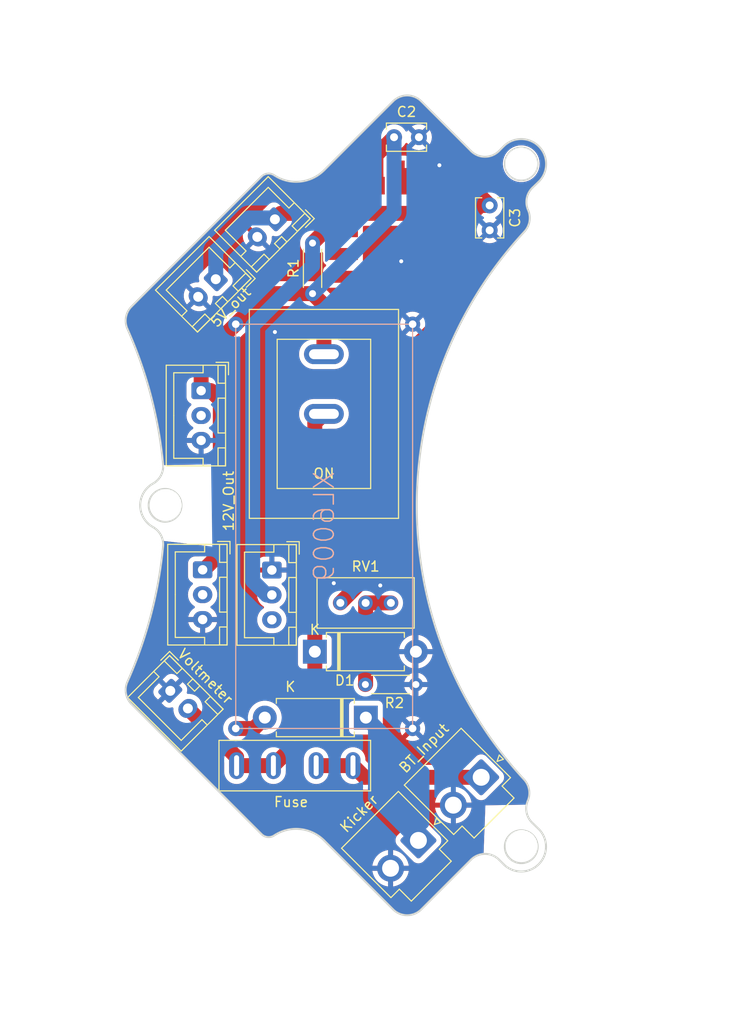
<source format=kicad_pcb>
(kicad_pcb (version 20221018) (generator pcbnew)
  (layers (0 "F.Cu" signal) (31 "B.Cu" signal) (34 "B.Paste" user) (35 "F.Paste" user) (36 "B.SilkS" user "B.Silkscreen") (37 "F.SilkS" user "F.Silkscreen") (38 "B.Mask" user) (39 "F.Mask" user) (44 "Edge.Cuts" user))
  (net 0 "")
  (net 1 "GND")
  (net 2 "+12V")
  (net 3 "+5V")
  (net 4 "Net-(U1-ON{slash}OFF_CTRL)")
  (net 5 "Net-(R2-Pad1)")
  (net 6 "Net-(U1-TRIM)")
  (net 8 "+48V")
  (net 10 "Net-(D2-A)")
  (net 11 "Net-(BT1-+)")
  (net 12 "電圧計")
  (footprint "Connector_JST:JST_XH_B2B-XH-A_1x02_P2.50mm_Vertical" (layer "F.Cu") (at 102.8446 125.8316 -45)
    (fp_text reference "Voltmeter" (at 1.472762 -3.52026 135) (layer "F.SilkS"))
    (fp_text value "Conn_01x02_Socket" hide)
    (fp_line (start -2.85 -2.75) (end -2.85 -1.5) (stroke (width 0.12)) (layer "F.SilkS"))
    (fp_line (start -2.56 -2.46) (end -2.56 3.51) (stroke (width 0.12)) (layer "F.SilkS"))
    (fp_line (start -2.56 3.51) (end 5.06 3.51) (stroke (width 0.12)) (layer "F.SilkS"))
    (fp_line (start -2.55 -2.45) (end -2.55 -1.7) (stroke (width 0.12)) (layer "F.SilkS"))
    (fp_line (start -2.55 -1.7) (end -0.75 -1.7) (stroke (width 0.12)) (layer "F.SilkS"))
    (fp_line (start -2.55 -0.2) (end -1.8 -0.2) (stroke (width 0.12)) (layer "F.SilkS"))
    (fp_line (start -1.8 -0.2) (end -1.8 2.75) (stroke (width 0.12)) (layer "F.SilkS"))
    (fp_line (start -1.8 2.75) (end 1.25 2.75) (stroke (width 0.12)) (layer "F.SilkS"))
    (fp_line (start -1.6 -2.75) (end -2.85 -2.75) (stroke (width 0.12)) (layer "F.SilkS"))
    (fp_line (start -0.75 -2.45) (end -2.55 -2.45) (stroke (width 0.12)) (layer "F.SilkS"))
    (fp_line (start -0.75 -1.7) (end -0.75 -2.45) (stroke (width 0.12)) (layer "F.SilkS"))
    (fp_line (start 0.75 -2.45) (end 0.75 -1.7) (stroke (width 0.12)) (layer "F.SilkS"))
    (fp_line (start 0.75 -1.7) (end 1.75 -1.7) (stroke (width 0.12)) (layer "F.SilkS"))
    (fp_line (start 1.75 -2.45) (end 0.75 -2.45) (stroke (width 0.12)) (layer "F.SilkS"))
    (fp_line (start 1.75 -1.7) (end 1.75 -2.45) (stroke (width 0.12)) (layer "F.SilkS"))
    (fp_line (start 3.25 -2.45) (end 3.25 -1.7) (stroke (width 0.12)) (layer "F.SilkS"))
    (fp_line (start 3.25 -1.7) (end 5.05 -1.7) (stroke (width 0.12)) (layer "F.SilkS"))
    (fp_line (start 4.3 -0.2) (end 4.3 2.75) (stroke (width 0.12)) (layer "F.SilkS"))
    (fp_line (start 4.3 2.75) (end 1.25 2.75) (stroke (width 0.12)) (layer "F.SilkS"))
    (fp_line (start 5.05 -2.45) (end 3.25 -2.45) (stroke (width 0.12)) (layer "F.SilkS"))
    (fp_line (start 5.05 -1.7) (end 5.05 -2.45) (stroke (width 0.12)) (layer "F.SilkS"))
    (fp_line (start 5.05 -0.2) (end 4.3 -0.2) (stroke (width 0.12)) (layer "F.SilkS"))
    (fp_line (start 5.06 -2.46) (end -2.56 -2.46) (stroke (width 0.12)) (layer "F.SilkS"))
    (fp_line (start 5.06 3.51) (end 5.06 -2.46) (stroke (width 0.12)) (layer "F.SilkS"))
    (pad "1" thru_hole roundrect (at 0 0 315) (size 1.7 2) (drill 1) (layers "*.Cu" "*.Mask") (roundrect_rratio 0.147059) (net 1 "GND"))
    (pad "2" thru_hole oval (at 2.5 0 315) (size 1.7 2) (drill 1) (layers "*.Cu" "*.Mask") (net 12 "電圧計"))
  )
  (footprint "Diode_THT:D_DO-15_P10.16mm_Horizontal" (layer "F.Cu") (at 117.3734 121.8946)
    (fp_text reference "D1" (at 2.9972 2.8956) (layer "F.SilkS"))
    (fp_text value "D")
    (fp_text user "K" (at 0 -2.2) (layer "F.SilkS"))
    (fp_line (start 1.16 -1.92) (end 9 -1.92) (stroke (width 0.12)) (layer "F.SilkS"))
    (fp_line (start 1.16 -1.44) (end 1.16 -1.92) (stroke (width 0.12)) (layer "F.SilkS"))
    (fp_line (start 1.16 1.44) (end 1.16 1.92) (stroke (width 0.12)) (layer "F.SilkS"))
    (fp_line (start 1.16 1.92) (end 9 1.92) (stroke (width 0.12)) (layer "F.SilkS"))
    (fp_line (start 2.3 -1.92) (end 2.3 1.92) (stroke (width 0.12)) (layer "F.SilkS"))
    (fp_line (start 2.42 -1.92) (end 2.42 1.92) (stroke (width 0.12)) (layer "F.SilkS"))
    (fp_line (start 2.54 -1.92) (end 2.54 1.92) (stroke (width 0.12)) (layer "F.SilkS"))
    (fp_line (start 9 -1.92) (end 9 -1.44) (stroke (width 0.12)) (layer "F.SilkS"))
    (fp_line (start 9 1.92) (end 9 1.44) (stroke (width 0.12)) (layer "F.SilkS"))
    (pad "1" thru_hole rect (at 0 0) (size 2.4 2.4) (drill 1.2) (layers "*.Cu" "*.Mask") (net 12 "電圧計"))
    (pad "2" thru_hole oval (at 10.16 0) (size 2.4 2.4) (drill 1.2) (layers "*.Cu" "*.Mask") (net 1 "GND"))
  )
  (footprint "Resistor_THT:R_Axial_DIN0204_L3.6mm_D1.6mm_P5.08mm_Horizontal" (layer "F.Cu") (at 122.4534 125.1966)
    (fp_text reference "R2" (at 2.921 1.8542) (layer "F.SilkS"))
    (fp_text value "R" hide)
    (fp_line (start 0.62 -0.92) (end 4.46 -0.92) (stroke (width 0.12)) (layer "F.SilkS"))
    (fp_line (start 0.62 0.92) (end 4.46 0.92) (stroke (width 0.12)) (layer "F.SilkS"))
    (pad "1" thru_hole circle (at 0 0) (size 1.4 1.4) (drill 0.7) (layers "*.Cu" "*.Mask") (net 5 "Net-(R2-Pad1)"))
    (pad "2" thru_hole oval (at 5.08 0) (size 1.4 1.4) (drill 0.7) (layers "*.Cu" "*.Mask") (net 1 "GND"))
  )
  (footprint "MountingHole:MountingHole_3.2mm_M3" (layer "F.Cu") (at 138.1506 141.4526)
    (fp_text reference "REF**" hide)
    (fp_text value "MountingHole_3.2mm_M3")
    (pad "" np_thru_hole circle (at 0 0) (size 3.2 3.2) (drill 3.2) (layers "F&B.Cu" "*.Mask"))
  )
  (footprint "Potentiometer_THT:Potentiometer_Bourns_3296W_Vertical" (layer "F.Cu") (at 125.0188 116.9924)
    (fp_text reference "RV1" (at -2.54 -3.66) (layer "F.SilkS"))
    (fp_text value "R_Potentiometer_Trim_US" hide)
    (fp_line (start -7.425 -2.53) (end -7.425 2.54) (stroke (width 0.12)) (layer "F.SilkS"))
    (fp_line (start -7.425 -2.53) (end 2.345 -2.53) (stroke (width 0.12)) (layer "F.SilkS"))
    (fp_line (start -7.425 2.54) (end 2.345 2.54) (stroke (width 0.12)) (layer "F.SilkS"))
    (fp_line (start 2.345 -2.53) (end 2.345 2.54) (stroke (width 0.12)) (layer "F.SilkS"))
    (pad "1" thru_hole circle (at 0 0) (size 1.44 1.44) (drill 0.8) (layers "*.Cu" "*.Mask") (net 5 "Net-(R2-Pad1)"))
    (pad "2" thru_hole circle (at -2.54 0) (size 1.44 1.44) (drill 0.8) (layers "*.Cu" "*.Mask") (net 5 "Net-(R2-Pad1)"))
    (pad "3" thru_hole circle (at -5.08 0) (size 1.44 1.44) (drill 0.8) (layers "*.Cu" "*.Mask") (net 6 "Net-(U1-TRIM)"))
  )
  (footprint "Fuse_Socket:fuse_socket" (layer "F.Cu") (at 115.3588 135.89 180)
    (fp_text reference "Fuse" (at 0.373 -1.1176) (layer "F.SilkS"))
    (fp_text value "Fuse" hide)
    (fp_line (start -7.62 0) (end -7.62 5.08) (stroke (width 0.12)) (layer "F.SilkS"))
    (fp_line (start -7.62 5.08) (end 0 5.08) (stroke (width 0.12)) (layer "F.SilkS"))
    (fp_line (start 0 0) (end -7.62 0) (stroke (width 0.12)) (layer "F.SilkS"))
    (fp_line (start 0 5.08) (end 7.62 5.08) (stroke (width 0.12)) (layer "F.SilkS"))
    (fp_line (start 7.62 0) (end 0 0) (stroke (width 0.12)) (layer "F.SilkS"))
    (fp_line (start 7.62 5.08) (end 7.62 0) (stroke (width 0.12)) (layer "F.SilkS"))
    (pad "1" thru_hole oval (at -5.85 2.54 180) (size 1.5 2.7) (drill oval 0.5 2.1) (layers "*.Cu" "*.Mask") (net 11 "Net-(BT1-+)"))
    (pad "1" thru_hole oval (at -2.15 2.54 180) (size 1.5 2.7) (drill oval 0.5 2.1) (layers "*.Cu" "*.Mask") (net 11 "Net-(BT1-+)"))
    (pad "2" thru_hole oval (at 2.15 2.54 180) (size 1.5 2.7) (drill oval 0.5 2.1) (layers "*.Cu" "*.Mask") (net 12 "電圧計"))
    (pad "2" thru_hole oval (at 5.85 2.54 180) (size 1.5 2.7) (drill oval 0.5 2.1) (layers "*.Cu" "*.Mask") (net 12 "電圧計"))
  )
  (footprint "Connector_JST:JST_XH_B3B-XH-A_1x03_P2.50mm_Vertical" (layer "F.Cu") (at 106.0958 113.665 -90)
    (fp_text reference "12V_Out" (at -6.9088 -2.6162 90) (layer "F.SilkS"))
    (fp_text value "Conn_01x03_Socket" hide)
    (fp_line (start -2.85 -2.75) (end -2.85 -1.5) (stroke (width 0.12)) (layer "F.SilkS"))
    (fp_line (start -2.56 -2.46) (end -2.56 3.51) (stroke (width 0.12)) (layer "F.SilkS"))
    (fp_line (start -2.56 3.51) (end 7.56 3.51) (stroke (width 0.12)) (layer "F.SilkS"))
    (fp_line (start -2.55 -2.45) (end -2.55 -1.7) (stroke (width 0.12)) (layer "F.SilkS"))
    (fp_line (start -2.55 -1.7) (end -0.75 -1.7) (stroke (width 0.12)) (layer "F.SilkS"))
    (fp_line (start -2.55 -0.2) (end -1.8 -0.2) (stroke (width 0.12)) (layer "F.SilkS"))
    (fp_line (start -1.8 -0.2) (end -1.8 2.75) (stroke (width 0.12)) (layer "F.SilkS"))
    (fp_line (start -1.8 2.75) (end 2.5 2.75) (stroke (width 0.12)) (layer "F.SilkS"))
    (fp_line (start -1.6 -2.75) (end -2.85 -2.75) (stroke (width 0.12)) (layer "F.SilkS"))
    (fp_line (start -0.75 -2.45) (end -2.55 -2.45) (stroke (width 0.12)) (layer "F.SilkS"))
    (fp_line (start -0.75 -1.7) (end -0.75 -2.45) (stroke (width 0.12)) (layer "F.SilkS"))
    (fp_line (start 0.75 -2.45) (end 0.75 -1.7) (stroke (width 0.12)) (layer "F.SilkS"))
    (fp_line (start 0.75 -1.7) (end 4.25 -1.7) (stroke (width 0.12)) (layer "F.SilkS"))
    (fp_line (start 4.25 -2.45) (end 0.75 -2.45) (stroke (width 0.12)) (layer "F.SilkS"))
    (fp_line (start 4.25 -1.7) (end 4.25 -2.45) (stroke (width 0.12)) (layer "F.SilkS"))
    (fp_line (start 5.75 -2.45) (end 5.75 -1.7) (stroke (width 0.12)) (layer "F.SilkS"))
    (fp_line (start 5.75 -1.7) (end 7.55 -1.7) (stroke (width 0.12)) (layer "F.SilkS"))
    (fp_line (start 6.8 -0.2) (end 6.8 2.75) (stroke (width 0.12)) (layer "F.SilkS"))
    (fp_line (start 6.8 2.75) (end 2.5 2.75) (stroke (width 0.12)) (layer "F.SilkS"))
    (fp_line (start 7.55 -2.45) (end 5.75 -2.45) (stroke (width 0.12)) (layer "F.SilkS"))
    (fp_line (start 7.55 -1.7) (end 7.55 -2.45) (stroke (width 0.12)) (layer "F.SilkS"))
    (fp_line (start 7.55 -0.2) (end 6.8 -0.2) (stroke (width 0.12)) (layer "F.SilkS"))
    (fp_line (start 7.56 -2.46) (end -2.56 -2.46) (stroke (width 0.12)) (layer "F.SilkS"))
    (fp_line (start 7.56 3.51) (end 7.56 -2.46) (stroke (width 0.12)) (layer "F.SilkS"))
    (pad "1" thru_hole roundrect (at 0 0 270) (size 1.7 1.95) (drill 0.95) (layers "*.Cu" "*.Mask") (roundrect_rratio 0.147059) (net 2 "+12V"))
    (pad "2" thru_hole oval (at 2.5 0 270) (size 1.7 1.95) (drill 0.95) (layers "*.Cu" "*.Mask"))
    (pad "3" thru_hole oval (at 5 0 270) (size 1.7 1.95) (drill 0.95) (layers "*.Cu" "*.Mask") (net 1 "GND"))
  )
  (footprint "Connector_JST:JST_XH_B3B-XH-A_1x03_P2.50mm_Vertical" (layer "F.Cu") (at 113.0554 113.6904 -90)
    (fp_text reference "SW2" hide)
    (fp_text value "SW_DIP_x01" hide)
    (fp_line (start -2.85 -2.75) (end -2.85 -1.5) (stroke (width 0.12)) (layer "F.SilkS"))
    (fp_line (start -2.56 -2.46) (end -2.56 3.51) (stroke (width 0.12)) (layer "F.SilkS"))
    (fp_line (start -2.56 3.51) (end 7.56 3.51) (stroke (width 0.12)) (layer "F.SilkS"))
    (fp_line (start -2.55 -2.45) (end -2.55 -1.7) (stroke (width 0.12)) (layer "F.SilkS"))
    (fp_line (start -2.55 -1.7) (end -0.75 -1.7) (stroke (width 0.12)) (layer "F.SilkS"))
    (fp_line (start -2.55 -0.2) (end -1.8 -0.2) (stroke (width 0.12)) (layer "F.SilkS"))
    (fp_line (start -1.8 -0.2) (end -1.8 2.75) (stroke (width 0.12)) (layer "F.SilkS"))
    (fp_line (start -1.8 2.75) (end 2.5 2.75) (stroke (width 0.12)) (layer "F.SilkS"))
    (fp_line (start -1.6 -2.75) (end -2.85 -2.75) (stroke (width 0.12)) (layer "F.SilkS"))
    (fp_line (start -0.75 -2.45) (end -2.55 -2.45) (stroke (width 0.12)) (layer "F.SilkS"))
    (fp_line (start -0.75 -1.7) (end -0.75 -2.45) (stroke (width 0.12)) (layer "F.SilkS"))
    (fp_line (start 0.75 -2.45) (end 0.75 -1.7) (stroke (width 0.12)) (layer "F.SilkS"))
    (fp_line (start 0.75 -1.7) (end 4.25 -1.7) (stroke (width 0.12)) (layer "F.SilkS"))
    (fp_line (start 4.25 -2.45) (end 0.75 -2.45) (stroke (width 0.12)) (layer "F.SilkS"))
    (fp_line (start 4.25 -1.7) (end 4.25 -2.45) (stroke (width 0.12)) (layer "F.SilkS"))
    (fp_line (start 5.75 -2.45) (end 5.75 -1.7) (stroke (width 0.12)) (layer "F.SilkS"))
    (fp_line (start 5.75 -1.7) (end 7.55 -1.7) (stroke (width 0.12)) (layer "F.SilkS"))
    (fp_line (start 6.8 -0.2) (end 6.8 2.75) (stroke (width 0.12)) (layer "F.SilkS"))
    (fp_line (start 6.8 2.75) (end 2.5 2.75) (stroke (width 0.12)) (layer "F.SilkS"))
    (fp_line (start 7.55 -2.45) (end 5.75 -2.45) (stroke (width 0.12)) (layer "F.SilkS"))
    (fp_line (start 7.55 -1.7) (end 7.55 -2.45) (stroke (width 0.12)) (layer "F.SilkS"))
    (fp_line (start 7.55 -0.2) (end 6.8 -0.2) (stroke (width 0.12)) (layer "F.SilkS"))
    (fp_line (start 7.56 -2.46) (end -2.56 -2.46) (stroke (width 0.12)) (layer "F.SilkS"))
    (fp_line (start 7.56 3.51) (end 7.56 -2.46) (stroke (width 0.12)) (layer "F.SilkS"))
    (pad "1" thru_hole roundrect (at 0 0 270) (size 1.7 1.95) (drill 0.95) (layers "*.Cu" "*.Mask") (roundrect_rratio 0.147059) (net 1 "GND"))
    (pad "2" thru_hole oval (at 2.5 0 270) (size 1.7 1.95) (drill 0.95) (layers "*.Cu" "*.Mask") (net 4 "Net-(U1-ON{slash}OFF_CTRL)"))
    (pad "3" thru_hole oval (at 5 0 270) (size 1.7 1.95) (drill 0.95) (layers "*.Cu" "*.Mask"))
  )
  (footprint "switch:DS-850k" (layer "F.Cu") (at 118.2878 97.9932 -90)
    (fp_text reference "SW1" hide)
    (fp_text value "SW_DIP_x01")
    (fp_text user "ON" (at 6 0) (layer "F.SilkS"))
    (fp_line (start -10.5 -7.5) (end -10.5 7.5) (stroke (width 0.12)) (layer "F.SilkS"))
    (fp_line (start -10.5 7.5) (end 10.5 7.5) (stroke (width 0.12)) (layer "F.SilkS"))
    (fp_line (start -7.5 -4.7) (end -7.5 4.7) (stroke (width 0.12)) (layer "F.SilkS"))
    (fp_line (start -7.5 4.7) (end 7.5 4.7) (stroke (width 0.12)) (layer "F.SilkS"))
    (fp_line (start 7.5 -4.7) (end -7.5 -4.7) (stroke (width 0.12)) (layer "F.SilkS"))
    (fp_line (start 7.5 0) (end 7.5 -4.7) (stroke (width 0.12)) (layer "F.SilkS"))
    (fp_line (start 7.5 4.7) (end 7.5 0) (stroke (width 0.12)) (layer "F.SilkS"))
    (fp_line (start 10.5 -7.5) (end -10.5 -7.5) (stroke (width 0.12)) (layer "F.SilkS"))
    (fp_line (start 10.5 0) (end 10.5 -7.5) (stroke (width 0.12)) (layer "F.SilkS"))
    (fp_line (start 10.5 7.5) (end 10.5 0) (stroke (width 0.12)) (layer "F.SilkS"))
    (pad "1" thru_hole oval (at 0 0) (size 4 2) (drill oval 3 1) (layers "*.Cu" "*.Mask") (net 12 "電圧計"))
    (pad "2" thru_hole oval (at -6 0) (size 4 2) (drill oval 3 1) (layers "*.Cu" "*.Mask") (net 2 "+12V"))
  )
  (footprint "MountingHole:MountingHole_3.2mm_M3" (layer "F.Cu") (at 138.1252 72.8472)
    (fp_text reference "REF**" hide)
    (fp_text value "MountingHole_3.2mm_M3")
    (pad "" np_thru_hole circle (at 0 0) (size 3.2 3.2) (drill 3.2) (layers "F&B.Cu" "*.Mask"))
  )
  (footprint "Connector_JST:JST_VH_B2P-VH_1x02_P3.96mm_Vertical" (layer "F.Cu") (at 134.09758 134.523238 -135)
    (fp_text reference "BT_Input" (at 1.99796 6.13572 45) (layer "F.SilkS"))
    (fp_text value "Battery" hide)
    (fp_line (start -2.86 -0.3) (end -2.26 0) (stroke (width 0.12)) (layer "F.SilkS"))
    (fp_line (start -2.86 0.3) (end -2.86 -0.3) (stroke (width 0.12)) (layer "F.SilkS"))
    (fp_line (start -2.26 0) (end -2.86 0.3) (stroke (width 0.12)) (layer "F.SilkS"))
    (fp_line (start -2.06 -2.11) (end -0.86 -2.11) (stroke (width 0.12)) (layer "F.SilkS"))
    (fp_line (start -2.06 4.91) (end -2.06 -2.11) (stroke (width 0.12)) (layer "F.SilkS"))
    (fp_line (start -0.86 -3.81) (end 4.82 -3.81) (stroke (width 0.12)) (layer "F.SilkS"))
    (fp_line (start -0.86 -2.11) (end -0.86 -3.81) (stroke (width 0.12)) (layer "F.SilkS"))
    (fp_line (start 4.82 -3.81) (end 4.82 -2.11) (stroke (width 0.12)) (layer "F.SilkS"))
    (fp_line (start 4.82 -2.11) (end 6.02 -2.11) (stroke (width 0.12)) (layer "F.SilkS"))
    (fp_line (start 6.02 -2.11) (end 6.02 4.91) (stroke (width 0.12)) (layer "F.SilkS"))
    (fp_line (start 6.02 4.91) (end -2.06 4.91) (stroke (width 0.12)) (layer "F.SilkS"))
    (pad "1" thru_hole roundrect (at 0 0 225) (size 2.7 2.7) (drill 1.7) (layers "*.Cu" "*.Mask") (roundrect_rratio 0.092593) (net 11 "Net-(BT1-+)"))
    (pad "2" thru_hole circle (at 3.96 0 225) (size 2.7 2.7) (drill 1.7) (layers "*.Cu" "*.Mask") (net 1 "GND"))
  )
  (footprint "Resistor_THT:R_Axial_DIN0204_L3.6mm_D1.6mm_P5.08mm_Horizontal" (layer "F.Cu") (at 117.1448 85.9028 90)
    (fp_text reference "R1" (at 2.54 -1.92 90) (layer "F.SilkS"))
    (fp_text value "R")
    (fp_line (start 0.62 -0.92) (end 4.46 -0.92) (stroke (width 0.12)) (layer "F.SilkS"))
    (fp_line (start 0.62 0.92) (end 4.46 0.92) (stroke (width 0.12)) (layer "F.SilkS"))
    (pad "1" thru_hole circle (at 0 0 90) (size 1.4 1.4) (drill 0.7) (layers "*.Cu" "*.Mask") (net 2 "+12V"))
    (pad "2" thru_hole oval (at 5.08 0 90) (size 1.4 1.4) (drill 0.7) (layers "*.Cu" "*.Mask") (net 4 "Net-(U1-ON{slash}OFF_CTRL)"))
  )
  (footprint "Connector_JST:JST_XH_B2B-XH-A_1x02_P2.50mm_Vertical" (layer "F.Cu") (at 107.4166 84.455 -135)
    (fp_text reference "5V_out" (at 0.933947 -3.053287 45) (layer "F.SilkS"))
    (fp_text value "Conn_01x02_Socket" hide)
    (fp_line (start -2.85 -2.75) (end -2.85 -1.5) (stroke (width 0.12)) (layer "F.SilkS"))
    (fp_line (start -2.56 -2.46) (end -2.56 3.51) (stroke (width 0.12)) (layer "F.SilkS"))
    (fp_line (start -2.56 3.51) (end 5.06 3.51) (stroke (width 0.12)) (layer "F.SilkS"))
    (fp_line (start -2.55 -2.45) (end -2.55 -1.7) (stroke (width 0.12)) (layer "F.SilkS"))
    (fp_line (start -2.55 -1.7) (end -0.75 -1.7) (stroke (width 0.12)) (layer "F.SilkS"))
    (fp_line (start -2.55 -0.2) (end -1.8 -0.2) (stroke (width 0.12)) (layer "F.SilkS"))
    (fp_line (start -1.8 -0.2) (end -1.8 2.75) (stroke (width 0.12)) (layer "F.SilkS"))
    (fp_line (start -1.8 2.75) (end 1.25 2.75) (stroke (width 0.12)) (layer "F.SilkS"))
    (fp_line (start -1.6 -2.75) (end -2.85 -2.75) (stroke (width 0.12)) (layer "F.SilkS"))
    (fp_line (start -0.75 -2.45) (end -2.55 -2.45) (stroke (width 0.12)) (layer "F.SilkS"))
    (fp_line (start -0.75 -1.7) (end -0.75 -2.45) (stroke (width 0.12)) (layer "F.SilkS"))
    (fp_line (start 0.75 -2.45) (end 0.75 -1.7) (stroke (width 0.12)) (layer "F.SilkS"))
    (fp_line (start 0.75 -1.7) (end 1.75 -1.7) (stroke (width 0.12)) (layer "F.SilkS"))
    (fp_line (start 1.75 -2.45) (end 0.75 -2.45) (stroke (width 0.12)) (layer "F.SilkS"))
    (fp_line (start 1.75 -1.7) (end 1.75 -2.45) (stroke (width 0.12)) (layer "F.SilkS"))
    (fp_line (start 3.25 -2.45) (end 3.25 -1.7) (stroke (width 0.12)) (layer "F.SilkS"))
    (fp_line (start 3.25 -1.7) (end 5.05 -1.7) (stroke (width 0.12)) (layer "F.SilkS"))
    (fp_line (start 4.3 -0.2) (end 4.3 2.75) (stroke (width 0.12)) (layer "F.SilkS"))
    (fp_line (start 4.3 2.75) (end 1.25 2.75) (stroke (width 0.12)) (layer "F.SilkS"))
    (fp_line (start 5.05 -2.45) (end 3.25 -2.45) (stroke (width 0.12)) (layer "F.SilkS"))
    (fp_line (start 5.05 -1.7) (end 5.05 -2.45) (stroke (width 0.12)) (layer "F.SilkS"))
    (fp_line (start 5.05 -0.2) (end 4.3 -0.2) (stroke (width 0.12)) (layer "F.SilkS"))
    (fp_line (start 5.06 -2.46) (end -2.56 -2.46) (stroke (width 0.12)) (layer "F.SilkS"))
    (fp_line (start 5.06 3.51) (end 5.06 -2.46) (stroke (width 0.12)) (layer "F.SilkS"))
    (pad "1" thru_hole roundrect (at 0 0 225) (size 1.7 2) (drill 1) (layers "*.Cu" "*.Mask") (roundrect_rratio 0.147059) (net 3 "+5V"))
    (pad "2" thru_hole oval (at 2.5 0 225) (size 1.7 2) (drill 1) (layers "*.Cu" "*.Mask") (net 1 "GND"))
  )
  (footprint "Capacitor_THT:C_Disc_D3.8mm_W2.6mm_P2.50mm" (layer "F.Cu") (at 134.9502 77.0382 -90)
    (fp_text reference "C3" (at 1.25 -2.55 90) (layer "F.SilkS"))
    (fp_text value "C")
    (fp_line (start -0.77 -1.42) (end -0.77 -0.795) (stroke (width 0.12)) (layer "F.SilkS"))
    (fp_line (start -0.77 -1.42) (end 3.27 -1.42) (stroke (width 0.12)) (layer "F.SilkS"))
    (fp_line (start -0.77 0.795) (end -0.77 1.42) (stroke (width 0.12)) (layer "F.SilkS"))
    (fp_line (start -0.77 1.42) (end 3.27 1.42) (stroke (width 0.12)) (layer "F.SilkS"))
    (fp_line (start 3.27 -1.42) (end 3.27 -0.795) (stroke (width 0.12)) (layer "F.SilkS"))
    (fp_line (start 3.27 0.795) (end 3.27 1.42) (stroke (width 0.12)) (layer "F.SilkS"))
    (pad "1" thru_hole circle (at 0 0 270) (size 1.6 1.6) (drill 0.8) (layers "*.Cu" "*.Mask") (net 3 "+5V"))
    (pad "2" thru_hole circle (at 2.5 0 270) (size 1.6 1.6) (drill 0.8) (layers "*.Cu" "*.Mask") (net 1 "GND"))
  )
  (footprint "Connector_JST:JST_XH_B2B-XH-A_1x02_P2.50mm_Vertical" (layer "F.Cu") (at 113.3602 78.4352 -135)
    (fp_text reference "J4" hide)
    (fp_text value "Conn_01x02_Socket" hide)
    (fp_line (start -2.85 -2.75) (end -2.85 -1.5) (stroke (width 0.12)) (layer "F.SilkS"))
    (fp_line (start -2.56 -2.46) (end -2.56 3.51) (stroke (width 0.12)) (layer "F.SilkS"))
    (fp_line (start -2.56 3.51) (end 5.06 3.51) (stroke (width 0.12)) (layer "F.SilkS"))
    (fp_line (start -2.55 -2.45) (end -2.55 -1.7) (stroke (width 0.12)) (layer "F.SilkS"))
    (fp_line (start -2.55 -1.7) (end -0.75 -1.7) (stroke (width 0.12)) (layer "F.SilkS"))
    (fp_line (start -2.55 -0.2) (end -1.8 -0.2) (stroke (width 0.12)) (layer "F.SilkS"))
    (fp_line (start -1.8 -0.2) (end -1.8 2.75) (stroke (width 0.12)) (layer "F.SilkS"))
    (fp_line (start -1.8 2.75) (end 1.25 2.75) (stroke (width 0.12)) (layer "F.SilkS"))
    (fp_line (start -1.6 -2.75) (end -2.85 -2.75) (stroke (width 0.12)) (layer "F.SilkS"))
    (fp_line (start -0.75 -2.45) (end -2.55 -2.45) (stroke (width 0.12)) (layer "F.SilkS"))
    (fp_line (start -0.75 -1.7) (end -0.75 -2.45) (stroke (width 0.12)) (layer "F.SilkS"))
    (fp_line (start 0.75 -2.45) (end 0.75 -1.7) (stroke (width 0.12)) (layer "F.SilkS"))
    (fp_line (start 0.75 -1.7) (end 1.75 -1.7) (stroke (width 0.12)) (layer "F.SilkS"))
    (fp_line (start 1.75 -2.45) (end 0.75 -2.45) (stroke (width 0.12)) (layer "F.SilkS"))
    (fp_line (start 1.75 -1.7) (end 1.75 -2.45) (stroke (width 0.12)) (layer "F.SilkS"))
    (fp_line (start 3.25 -2.45) (end 3.25 -1.7) (stroke (width 0.12)) (layer "F.SilkS"))
    (fp_line (start 3.25 -1.7) (end 5.05 -1.7) (stroke (width 0.12)) (layer "F.SilkS"))
    (fp_line (start 4.3 -0.2) (end 4.3 2.75) (stroke (width 0.12)) (layer "F.SilkS"))
    (fp_line (start 4.3 2.75) (end 1.25 2.75) (stroke (width 0.12)) (layer "F.SilkS"))
    (fp_line (start 5.05 -2.45) (end 3.25 -2.45) (stroke (width 0.12)) (layer "F.SilkS"))
    (fp_line (start 5.05 -1.7) (end 5.05 -2.45) (stroke (width 0.12)) (layer "F.SilkS"))
    (fp_line (start 5.05 -0.2) (end 4.3 -0.2) (stroke (width 0.12)) (layer "F.SilkS"))
    (fp_line (start 5.06 -2.46) (end -2.56 -2.46) (stroke (width 0.12)) (layer "F.SilkS"))
    (fp_line (start 5.06 3.51) (end 5.06 -2.46) (stroke (width 0.12)) (layer "F.SilkS"))
    (pad "1" thru_hole roundrect (at 0 0 225) (size 1.7 2) (drill 1) (layers "*.Cu" "*.Mask") (roundrect_rratio 0.147059) (net 3 "+5V"))
    (pad "2" thru_hole oval (at 2.5 0 225) (size 1.7 2) (drill 1) (layers "*.Cu" "*.Mask") (net 1 "GND"))
  )
  (footprint "Connector_JST:JST_XH_B3B-XH-A_1x03_P2.50mm_Vertical" (layer "F.Cu") (at 105.9434 95.6602 -90)
    (fp_text reference "J2" hide)
    (fp_text value "Conn_01x03_Socket")
    (fp_line (start -2.85 -2.75) (end -2.85 -1.5) (stroke (width 0.12)) (layer "F.SilkS"))
    (fp_line (start -2.56 -2.46) (end -2.56 3.51) (stroke (width 0.12)) (layer "F.SilkS"))
    (fp_line (start -2.56 3.51) (end 7.56 3.51) (stroke (width 0.12)) (layer "F.SilkS"))
    (fp_line (start -2.55 -2.45) (end -2.55 -1.7) (stroke (width 0.12)) (layer "F.SilkS"))
    (fp_line (start -2.55 -1.7) (end -0.75 -1.7) (stroke (width 0.12)) (layer "F.SilkS"))
    (fp_line (start -2.55 -0.2) (end -1.8 -0.2) (stroke (width 0.12)) (layer "F.SilkS"))
    (fp_line (start -1.8 -0.2) (end -1.8 2.75) (stroke (width 0.12)) (layer "F.SilkS"))
    (fp_line (start -1.8 2.75) (end 2.5 2.75) (stroke (width 0.12)) (layer "F.SilkS"))
    (fp_line (start -1.6 -2.75) (end -2.85 -2.75) (stroke (width 0.12)) (layer "F.SilkS"))
    (fp_line (start -0.75 -2.45) (end -2.55 -2.45) (stroke (width 0.12)) (layer "F.SilkS"))
    (fp_line (start -0.75 -1.7) (end -0.75 -2.45) (stroke (width 0.12)) (layer "F.SilkS"))
    (fp_line (start 0.75 -2.45) (end 0.75 -1.7) (stroke (width 0.12)) (layer "F.SilkS"))
    (fp_line (start 0.75 -1.7) (end 4.25 -1.7) (stroke (width 0.12)) (layer "F.SilkS"))
    (fp_line (start 4.25 -2.45) (end 0.75 -2.45) (stroke (width 0.12)) (layer "F.SilkS"))
    (fp_line (start 4.25 -1.7) (end 4.25 -2.45) (stroke (width 0.12)) (layer "F.SilkS"))
    (fp_line (start 5.75 -2.45) (end 5.75 -1.7) (stroke (width 0.12)) (layer "F.SilkS"))
    (fp_line (start 5.75 -1.7) (end 7.55 -1.7) (stroke (width 0.12)) (layer "F.SilkS"))
    (fp_line (start 6.8 -0.2) (end 6.8 2.75) (stroke (width 0.12)) (layer "F.SilkS"))
    (fp_line (start 6.8 2.75) (end 2.5 2.75) (stroke (width 0.12)) (layer "F.SilkS"))
    (fp_line (start 7.55 -2.45) (end 5.75 -2.45) (stroke (width 0.12)) (layer "F.SilkS"))
    (fp_line (start 7.55 -1.7) (end 7.55 -2.45) (stroke (width 0.12)) (layer "F.SilkS"))
    (fp_line (start 7.55 -0.2) (end 6.8 -0.2) (stroke (width 0.12)) (layer "F.SilkS"))
    (fp_line (start 7.56 -2.46) (end -2.56 -2.46) (stroke (width 0.12)) (layer "F.SilkS"))
    (fp_line (start 7.56 3.51) (end 7.56 -2.46) (stroke (width 0.12)) (layer "F.SilkS"))
    (pad "1" thru_hole roundrect (at 0 0 270) (size 1.7 1.95) (drill 0.95) (layers "*.Cu" "*.Mask") (roundrect_rratio 0.147059) (net 2 "+12V"))
    (pad "2" thru_hole oval (at 2.5 0 270) (size 1.7 1.95) (drill 0.95) (layers "*.Cu" "*.Mask"))
    (pad "3" thru_hole oval (at 5 0 270) (size 1.7 1.95) (drill 0.95) (layers "*.Cu" "*.Mask") (net 1 "GND"))
  )
  (footprint "Capacitor_THT:C_Disc_D3.8mm_W2.6mm_P2.50mm" (layer "F.Cu") (at 125.3382 70.1802)
    (fp_text reference "C2" (at 1.25 -2.55) (layer "F.SilkS"))
    (fp_text value "C")
    (fp_line (start -0.77 -1.42) (end -0.77 -0.795) (stroke (width 0.12)) (layer "F.SilkS"))
    (fp_line (start -0.77 -1.42) (end 3.27 -1.42) (stroke (width 0.12)) (layer "F.SilkS"))
    (fp_line (start -0.77 0.795) (end -0.77 1.42) (stroke (width 0.12)) (layer "F.SilkS"))
    (fp_line (start -0.77 1.42) (end 3.27 1.42) (stroke (width 0.12)) (layer "F.SilkS"))
    (fp_line (start 3.27 -1.42) (end 3.27 -0.795) (stroke (width 0.12)) (layer "F.SilkS"))
    (fp_line (start 3.27 0.795) (end 3.27 1.42) (stroke (width 0.12)) (layer "F.SilkS"))
    (pad "1" thru_hole circle (at 0 0) (size 1.6 1.6) (drill 0.8) (layers "*.Cu" "*.Mask") (net 2 "+12V"))
    (pad "2" thru_hole circle (at 2.5 0) (size 1.6 1.6) (drill 0.8) (layers "*.Cu" "*.Mask") (net 1 "GND"))
  )
  (footprint "Diode_THT:D_DO-15_P10.16mm_Horizontal" (layer "F.Cu") (at 122.5042 128.524 180)
    (fp_text reference "D2" hide)
    (fp_text value "D" hide)
    (fp_text user "K" (at 7.5946 3.0988) (layer "F.SilkS"))
    (fp_line (start 1.16 -1.92) (end 9 -1.92) (stroke (width 0.12)) (layer "F.SilkS"))
    (fp_line (start 1.16 -1.44) (end 1.16 -1.92) (stroke (width 0.12)) (layer "F.SilkS"))
    (fp_line (start 1.16 1.44) (end 1.16 1.92) (stroke (width 0.12)) (layer "F.SilkS"))
    (fp_line (start 1.16 1.92) (end 9 1.92) (stroke (width 0.12)) (layer "F.SilkS"))
    (fp_line (start 2.3 -1.92) (end 2.3 1.92) (stroke (width 0.12)) (layer "F.SilkS"))
    (fp_line (start 2.42 -1.92) (end 2.42 1.92) (stroke (width 0.12)) (layer "F.SilkS"))
    (fp_line (start 2.54 -1.92) (end 2.54 1.92) (stroke (width 0.12)) (layer "F.SilkS"))
    (fp_line (start 9 -1.92) (end 9 -1.44) (stroke (width 0.12)) (layer "F.SilkS"))
    (fp_line (start 9 1.92) (end 9 1.44) (stroke (width 0.12)) (layer "F.SilkS"))
    (pad "1" thru_hole rect (at 0 0 180) (size 2.4 2.4) (drill 1.2) (layers "*.Cu" "*.Mask") (net 8 "+48V"))
    (pad "2" thru_hole oval (at 10.16 0 180) (size 2.4 2.4) (drill 1.2) (layers "*.Cu" "*.Mask") (net 10 "Net-(D2-A)"))
  )
  (footprint "Connector_JST:JST_VH_B2P-VH_1x02_P3.96mm_Vertical" (layer "F.Cu") (at 127.7874 140.8684 -135)
    (fp_text reference "J3" hide)
    (fp_text value "Conn_01x02_Socket" hide)
    (fp_line (start -2.86 -0.3) (end -2.26 0) (stroke (width 0.12)) (layer "F.SilkS"))
    (fp_line (start -2.86 0.3) (end -2.86 -0.3) (stroke (width 0.12)) (layer "F.SilkS"))
    (fp_line (start -2.26 0) (end -2.86 0.3) (stroke (width 0.12)) (layer "F.SilkS"))
    (fp_line (start -2.06 -2.11) (end -0.86 -2.11) (stroke (width 0.12)) (layer "F.SilkS"))
    (fp_line (start -2.06 4.91) (end -2.06 -2.11) (stroke (width 0.12)) (layer "F.SilkS"))
    (fp_line (start -0.86 -3.81) (end 4.82 -3.81) (stroke (width 0.12)) (layer "F.SilkS"))
    (fp_line (start -0.86 -2.11) (end -0.86 -3.81) (stroke (width 0.12)) (layer "F.SilkS"))
    (fp_line (start 4.82 -3.81) (end 4.82 -2.11) (stroke (width 0.12)) (layer "F.SilkS"))
    (fp_line (start 4.82 -2.11) (end 6.02 -2.11) (stroke (width 0.12)) (layer "F.SilkS"))
    (fp_line (start 6.02 -2.11) (end 6.02 4.91) (stroke (width 0.12)) (layer "F.SilkS"))
    (fp_line (start 6.02 4.91) (end -2.06 4.91) (stroke (width 0.12)) (layer "F.SilkS"))
    (pad "1" thru_hole roundrect (at 0 0 225) (size 2.7 2.7) (drill 1.7) (layers "*.Cu" "*.Mask") (roundrect_rratio 0.092593) (net 8 "+48V"))
    (pad "2" thru_hole circle (at 3.96 0 225) (size 2.7 2.7) (drill 1.7) (layers "*.Cu" "*.Mask") (net 1 "GND"))
  )
  (footprint "MountingHole:MountingHole_3.2mm_M3" (layer "F.Cu") (at 102.362 107.1626)
    (fp_text reference "REF**" hide)
    (fp_text value "MountingHole_3.2mm_M3" hide)
    (pad "" np_thru_hole circle (at 0 0) (size 3.2 3.2) (drill 3.2) (layers "*.Cu" "*.Mask"))
  )
  (footprint "_Others:DCDC-murata-6A" (layer "F.Cu") (at 119.7062 85.729)
    (fp_text reference "U1" hide)
    (fp_text value "OKL-T_6-W12N-C" hide)
    (pad "1" smd trapezoid (at 0.5 -6.1) (size 3 1.2) (layers "F.Cu" "F.Paste" "F.Mask") (net 4 "Net-(U1-ON{slash}OFF_CTRL)"))
    (pad "2" smd trapezoid (at 0.5 -10.68) (size 3 1.2) (layers "F.Cu" "F.Paste" "F.Mask") (net 2 "+12V"))
    (pad "2" smd trapezoid (at 2.665 -10.68) (size 4.07 1.77) (layers "F.Cu" "F.Paste" "F.Mask") (net 2 "+12V"))
    (pad "2" smd trapezoid (at 3.81 -11.7) (size 1.2 3) (layers "F.Cu" "F.Paste" "F.Mask") (net 2 "+12V"))
    (pad "3" smd trapezoid (at 6.1 -11.7) (size 1.2 3) (layers "F.Cu" "F.Paste" "F.Mask") (net 1 "GND"))
    (pad "3" smd trapezoid (at 7.245 -10.68) (size 4.07 1.77) (layers "F.Cu" "F.Paste" "F.Mask") (net 1 "GND"))
    (pad "3" smd trapezoid (at 8.39 -11.7) (size 1.2 3) (layers "F.Cu" "F.Paste" "F.Mask") (net 1 "GND"))
    (pad "4" smd trapezoid (at 10.7 -9.535) (size 1.77 4.07) (layers "F.Cu" "F.Paste" "F.Mask") (net 3 "+5V"))
    (pad "4" smd trapezoid (at 11.7 -10.68) (size 3 1.2) (layers "F.Cu" "F.Paste" "F.Mask") (net 3 "+5V"))
    (pad "5" smd trapezoid (at 11.7 -6.1) (size 3 1.2) (layers "F.Cu" "F.Paste" "F.Mask") (net 3 "+5V"))
    (pad "6" smd trapezoid (at 11.7 -1.52) (size 3 1.2) (layers "F.Cu" "F.Paste" "F.Mask") (net 6 "Net-(U1-TRIM)"))
    (pad "7" smd trapezoid (at 6.1 -0.5) (size 1.2 3) (layers "F.Cu" "F.Paste" "F.Mask") (net 1 "GND"))
    (pad "8" smd trapezoid (at 3.81 -0.5) (size 1.2 3) (layers "F.Cu" "F.Paste" "F.Mask"))
    (pad "9" smd trapezoid (at 0.5 -1.52) (size 3 1.2) (layers "F.Cu" "F.Paste" "F.Mask"))
    (pad "10" smd trapezoid (at 0.5 -3.81) (size 3 1.2) (layers "F.Cu" "F.Paste" "F.Mask"))
    (pad "11" smd trapezoid (at 12.45 -3.81) (size 1.5 1.2) (layers "F.Cu" "F.Paste" "F.Mask"))
    (pad "12" smd trapezoid (at 8.39 -0.5) (size 1.2 3) (layers "F.Cu" "F.Paste" "F.Mask"))
    (pad "13" smd trapezoid (at 10.7 -3.81) (size 1 1.2) (layers "F.Cu" "F.Paste" "F.Mask"))
  )
  (footprint "XL6009:XL6009" (layer "B.Cu") (at 118.3132 83.8962 180)
    (fp_text reference "U2" hide)
    (fp_text value "~")
    (fp_text user "XL6009" (at 0 -25.4 90 unlocked) (layer "B.SilkS") (effects (font (size 2 2)) (justify mirror)))
    (fp_rect (start -8.89 -5.08) (end 8.89 -45.72) (stroke (width 0.12)) (fill none) (layer "B.SilkS"))
    (pad "1" thru_hole circle (at 8.89 -5.08 180) (size 1.524 1.524) (drill 0.762) (layers "*.Cu" "*.Mask") (net 2 "+12V"))
    (pad "2" thru_hole circle (at -8.89 -5.08 180) (size 1.524 1.524) (drill 0.762) (layers "*.Cu" "*.Mask") (net 1 "GND"))
    (pad "3" thru_hole circle (at 8.89 -45.72 180) (size 1.524 1.524) (drill 0.762) (layers "*.Cu" "*.Mask") (net 10 "Net-(D2-A)"))
    (pad "4" thru_hole circle (at -8.89 -45.72 180) (size 1.524 1.524) (drill 0.762) (layers "*.Cu" "*.Mask") (net 1 "GND"))
  )
  (gr_arc (start 139.236191 139.104648) (mid 138.663117 138.065507) (end 138.779668 136.884542) (stroke (width 0.2)) (layer "Edge.Cuts"))
  (gr_line (start 125.242815 66.57064) (end 118.318825 73.49463) (stroke (width 0.2)) (layer "Edge.Cuts"))
  (gr_arc (start 136.390586 71.066841) (mid 139.925457 71.13692) (end 139.855328 74.671777) (stroke (width 0.2)) (layer "Edge.Cuts"))
  (gr_arc (start 102.122531 111.308217) (mid 100.883533 118.26578) (end 98.534296 124.930905) (stroke (width 0.2)) (layer "Edge.Cuts"))
  (gr_line (start 98.946105 127.160988) (end 112.026296 140.24118) (stroke (width 0.2)) (layer "Edge.Cuts"))
  (gr_line (start 133.064801 71.564199) (end 128.071242 66.57064) (stroke (width 0.2)) (layer "Edge.Cuts"))
  (gr_arc (start 101.103436 109.370706) (mid 99.818274 107.18574) (end 101.103436 105.000778) (stroke (width 0.2)) (layer "Edge.Cuts"))
  (gr_circle (center 102.318314 107.185742) (end 102.318314 108.835742) (stroke (width 0.2)) (fill none) (layer "Edge.Cuts"))
  (gr_line (start 128.071242 147.800844) (end 133.064801 142.807285) (stroke (width 0.2)) (layer "Edge.Cuts"))
  (gr_arc (start 138.807208 77.498989) (mid 138.948666 78.63682) (end 138.441982 79.665398) (stroke (width 0.2)) (layer "Edge.Cuts"))
  (gr_line (start 118.318825 140.876854) (end 125.242815 147.800844) (stroke (width 0.2)) (layer "Edge.Cuts"))
  (gr_line (start 139.251991 75.251651) (end 139.855328 74.671777) (stroke (width 0.2)) (layer "Edge.Cuts"))
  (gr_arc (start 113.284802 140.368315) (mid 115.89243 139.725566) (end 118.318825 140.876854) (stroke (width 0.2)) (layer "Edge.Cuts"))
  (gr_line (start 139.855328 139.699707) (end 139.236191 139.104648) (stroke (width 0.2)) (layer "Edge.Cuts"))
  (gr_arc (start 128.071242 147.800844) (mid 126.657029 148.386643) (end 125.242815 147.800844) (stroke (width 0.2)) (layer "Edge.Cuts"))
  (gr_arc (start 138.404552 134.747358) (mid 127.617448 107.199036) (end 138.441982 79.665398) (stroke (width 0.2)) (layer "Edge.Cuts"))
  (gr_arc (start 139.855328 139.699707) (mid 139.925378 143.234497) (end 136.390586 143.304643) (stroke (width 0.2)) (layer "Edge.Cuts"))
  (gr_line (start 112.026296 74.130304) (end 98.946105 87.210496) (stroke (width 0.2)) (layer "Edge.Cuts"))
  (gr_arc (start 125.242815 66.57064) (mid 126.657029 65.984854) (end 128.071242 66.57064) (stroke (width 0.2)) (layer "Edge.Cuts"))
  (gr_arc (start 98.534296 89.440579) (mid 100.883535 96.105703) (end 102.122531 103.063267) (stroke (width 0.2)) (layer "Edge.Cuts"))
  (gr_arc (start 138.404552 134.747358) (mid 138.907138 135.760656) (end 138.779668 136.884542) (stroke (width 0.2)) (layer "Edge.Cuts"))
  (gr_arc (start 98.534296 89.440579) (mid 98.393568 88.261524) (end 98.946105 87.210496) (stroke (width 0.2)) (layer "Edge.Cuts"))
  (gr_arc (start 135.893228 71.564199) (mid 134.479015 72.149986) (end 133.064801 71.564199) (stroke (width 0.2)) (layer "Edge.Cuts"))
  (gr_arc (start 112.026296 74.130304) (mid 112.632891 73.842513) (end 113.284802 74.003169) (stroke (width 0.2)) (layer "Edge.Cuts"))
  (gr_arc (start 101.103436 109.370706) (mid 101.901602 110.187653) (end 102.122531 111.308217) (stroke (width 0.2)) (layer "Edge.Cuts"))
  (gr_arc (start 102.122531 103.063267) (mid 101.901606 104.183827) (end 101.103436 105.000778) (stroke (width 0.2)) (layer "Edge.Cuts"))
  (gr_arc (start 133.064801 142.807285) (mid 134.479014 142.221496) (end 135.893228 142.807285) (stroke (width 0.2)) (layer "Edge.Cuts"))
  (gr_arc (start 118.318825 73.49463) (mid 115.892432 74.645985) (end 113.284802 74.003169) (stroke (width 0.2)) (layer "Edge.Cuts"))
  (gr_arc (start 98.946105 127.160988) (mid 98.393517 126.109962) (end 98.534296 124.930905) (stroke (width 0.2)) (layer "Edge.Cuts"))
  (gr_circle (center 138.122957 141.502175) (end 138.122957 143.152175) (stroke (width 0.2)) (fill none) (layer "Edge.Cuts"))
  (gr_arc (start 113.284802 140.368315) (mid 112.632889 140.529043) (end 112.026296 140.24118) (stroke (width 0.2)) (layer "Edge.Cuts"))
  (gr_line (start 135.893228 142.807285) (end 136.390586 143.304643) (stroke (width 0.2)) (layer "Edge.Cuts"))
  (gr_circle (center 138.122957 72.869309) (end 138.122957 74.519309) (stroke (width 0.2)) (fill none) (layer "Edge.Cuts"))
  (gr_arc (start 138.807208 77.498989) (mid 138.675929 76.305318) (end 139.251991 75.251651) (stroke (width 0.2)) (layer "Edge.Cuts"))
  (gr_line (start 136.390586 71.066841) (end 135.893228 71.564199) (stroke (width 0.2)) (layer "Edge.Cuts"))
  (gr_text "Kicker" (at 121.8184 138.176 45) (layer "F.SilkS") (effects (font (size 1 1))))
  (segment (start 125.8062 74.029) (end 128.0962 74.029) (width 1.5) (layer "F.Cu") (net 1))
  (via (at 113.3602 89.7636) (size 0.8) (drill 0.4) (layers "F.Cu" "B.Cu") (net 1))
  (via (at 129.8956 72.9996) (size 0.8) (drill 0.4) (layers "F.Cu" "B.Cu") (net 1))
  (via (at 119.2784 115.0112) (size 0.8) (drill 0.4) (layers "F.Cu" "B.Cu") (net 1))
  (via (at 123.952 115.2398) (size 0.8) (drill 0.4) (layers "F.Cu" "B.Cu") (net 1))
  (via (at 126.0602 82.6516) (size 0.8) (drill 0.4) (layers "F.Cu" "B.Cu") (net 1))
  (segment (start 105.9434 92.456) (end 109.4232 88.9762) (width 1.5) (layer "F.Cu") (net 2))
  (segment (start 125.3382 70.1802) (end 123.5162 72.0022) (width 1.5) (layer "F.Cu") (net 2))
  (segment (start 118.2878 87.0458) (end 117.1448 85.9028) (width 1.5) (layer "F.Cu") (net 2))
  (segment (start 120.4694 75.049) (end 121.8257 73.6927) (width 1.5) (layer "F.Cu") (net 2))
  (segment (start 105.9434 95.6602) (end 105.9434 92.456) (width 1.5) (layer "F.Cu") (net 2))
  (segment (start 107.8684 96.6102) (end 107.8684 112.015506) (width 1.5) (layer "F.Cu") (net 2))
  (segment (start 105.772816 95.6602) (end 105.9434 95.6602) (width 1.5) (layer "F.Cu") (net 2))
  (segment (start 123.5162 72.0022) (end 123.5162 74.029) (width 1.5) (layer "F.Cu") (net 2))
  (segment (start 117.1448 85.9028) (end 112.4966 85.9028) (width 1.5) (layer "F.Cu") (net 2))
  (segment (start 112.4966 85.9028) (end 109.4232 88.9762) (width 1.5) (layer "F.Cu") (net 2))
  (segment (start 118.2878 91.9932) (end 118.2878 87.0458) (width 1.5) (layer "F.Cu") (net 2))
  (segment (start 105.9434 95.6602) (end 106.9184 95.6602) (width 1.5) (layer "F.Cu") (net 2))
  (segment (start 120.2062 75.049) (end 120.4694 75.049) (width 1.5) (layer "F.Cu") (net 2))
  (segment (start 107.8684 112.015506) (end 106.218906 113.665) (width 1.5) (layer "F.Cu") (net 2))
  (segment (start 121.8257 73.6927) (end 123.5162 72.0022) (width 1.5) (layer "F.Cu") (net 2))
  (segment (start 122.162 74.029) (end 121.8257 73.6927) (width 1.5) (layer "F.Cu") (net 2))
  (segment (start 106.9184 95.6602) (end 107.8684 96.6102) (width 1.5) (layer "F.Cu") (net 2))
  (segment (start 123.5162 74.029) (end 122.162 74.029) (width 1.5) (layer "F.Cu") (net 2))
  (segment (start 117.1448 85.9028) (end 125.3382 77.7094) (width 1.5) (layer "B.Cu") (net 2))
  (segment (start 125.3382 77.7094) (end 125.3382 70.1802) (width 1.5) (layer "B.Cu") (net 2))
  (segment (start 131.4062 79.629) (end 130.560882 79.629) (width 1.5) (layer "F.Cu") (net 3))
  (segment (start 131.4062 75.049) (end 131.6428 75.2856) (width 1.5) (layer "F.Cu") (net 3))
  (segment (start 134.9502 77.0382) (end 133.223 75.311) (width 1.5) (layer "F.Cu") (net 3))
  (segment (start 129.618641 78.686759) (end 128.766041 77.834159) (width 1.5) (layer "F.Cu") (net 3))
  (segment (start 113.961241 77.834159) (end 128.766041 77.834159) (width 1.5) (layer "F.Cu") (net 3))
  (segment (start 131.6428 75.2856) (end 133.223 75.2856) (width 1.5) (layer "F.Cu") (net 3))
  (segment (start 134.9502 77.0382) (end 131.2504 77.0382) (width 1.5) (layer "F.Cu") (net 3))
  (segment (start 132.4075 76.0503) (end 132.2638 76.194) (width 1.5) (layer "F.Cu") (net 3))
  (segment (start 133.3954 77.0382) (end 132.4075 76.0503) (width 1.5) (layer "F.Cu") (net 3))
  (segment (start 133.997 77.0382) (end 131.4062 79.629) (width 1.5) (layer "F.Cu") (net 3))
  (segment (start 128.766041 77.834159) (end 130.4062 76.194) (width 1.5) (layer "F.Cu") (net 3))
  (segment (start 131.4062 78.7908) (end 131.4062 77.194) (width 1.5) (layer "F.Cu") (net 3))
  (segment (start 131.4062 77.194) (end 130.4062 76.194) (width 1.5) (layer "F.Cu") (net 3))
  (segment (start 132.4075 76.0503) (end 131.4062 75.049) (width 1.5) (layer "F.Cu") (net 3))
  (segment (start 134.9502 77.0382) (end 133.997 77.0382) (width 1.5) (layer "F.Cu") (net 3))
  (segment (start 130.560882 79.629) (end 129.618641 78.686759) (width 1.5) (layer "F.Cu") (net 3))
  (segment (start 133.223 75.311) (end 133.223 75.2856) (width 1.5) (layer "F.Cu") (net 3))
  (segment (start 134.9502 77.0382) (end 133.3954 77.0382) (width 1.5) (layer "F.Cu") (net 3))
  (segment (start 131.4062 78.7908) (end 129.722682 78.7908) (width 1.5) (layer "F.Cu") (net 3))
  (segment (start 132.2638 76.194) (end 130.4062 76.194) (width 1.5) (layer "F.Cu") (net 3))
  (segment (start 129.722682 78.7908) (end 129.618641 78.686759) (width 1.5) (layer "F.Cu") (net 3))
  (segment (start 131.2504 77.0382) (end 130.4062 76.194) (width 1.5) (layer "F.Cu") (net 3))
  (segment (start 113.3602 78.4352) (end 113.961241 77.834159) (width 1.5) (layer "F.Cu") (net 3))
  (segment (start 131.4062 79.629) (end 131.4062 78.7908) (width 1.5) (layer "F.Cu") (net 3))
  (segment (start 107.4166 81.621084) (end 110.740783 78.296901) (width 1.5) (layer "B.Cu") (net 3))
  (segment (start 113.221901 78.296901) (end 113.3602 78.4352) (width 1.5) (layer "B.Cu") (net 3))
  (segment (start 107.4166 84.455) (end 107.4166 81.621084) (width 1.5) (layer "B.Cu") (net 3))
  (segment (start 110.740783 78.296901) (end 113.221901 78.296901) (width 1.5) (layer "B.Cu") (net 3))
  (segment (start 120.2062 79.629) (end 118.3386 79.629) (width 1.5) (layer "F.Cu") (net 4))
  (segment (start 118.3386 79.629) (end 117.1448 80.8228) (width 1.5) (layer "F.Cu") (net 4))
  (segment (start 117.1448 83.1088) (end 117.1448 80.8228) (width 1.5) (layer "B.Cu") (net 4))
  (segment (start 113.0554 116.1904) (end 112.526416 116.1904) (width 1.5) (layer "B.Cu") (net 4))
  (segment (start 111.1304 89.1232) (end 117.1448 83.1088) (width 1.5) (layer "B.Cu") (net 4))
  (segment (start 111.1304 114.794384) (end 111.1304 89.1232) (width 1.5) (layer "B.Cu") (net 4))
  (segment (start 112.526416 116.1904) (end 111.1304 114.794384) (width 1.5) (layer "B.Cu") (net 4))
  (segment (start 122.4788 116.9924) (end 125.0188 116.9924) (width 1.5) (layer "F.Cu") (net 5))
  (segment (start 122.4788 125.1712) (end 122.4534 125.1966) (width 1.5) (layer "F.Cu") (net 5))
  (segment (start 122.4788 116.9924) (end 122.4788 125.1712) (width 1.5) (layer "F.Cu") (net 5))
  (segment (start 125.5776 100.9142) (end 125.5776 93.1418) (width 1.5) (layer "F.Cu") (net 6))
  (segment (start 131.4062 87.3132) (end 131.4062 84.209) (width 1.5) (layer "F.Cu") (net 6))
  (segment (start 122.174 114.7572) (end 122.174 104.3178) (width 1.5) (layer "F.Cu") (net 6))
  (segment (start 122.174 104.3178) (end 125.5776 100.9142) (width 1.5) (layer "F.Cu") (net 6))
  (segment (start 125.5776 93.1418) (end 131.4062 87.3132) (width 1.5) (layer "F.Cu") (net 6))
  (segment (start 119.9388 116.9924) (end 122.174 114.7572) (width 1.5) (layer "F.Cu") (net 6))
  (segment (start 123.4694 131.2926) (end 123.4694 132.9436) (width 1.5) (layer "B.Cu") (net 8))
  (segment (start 126.0348 132.0546) (end 126.5428 132.5626) (width 1.5) (layer "B.Cu") (net 8))
  (segment (start 125.3744 134.8486) (end 123.4694 132.9436) (width 1.5) (layer "B.Cu") (net 8))
  (segment (start 125.0188 133.731) (end 123.8504 132.5626) (width 1.5) (layer "B.Cu") (net 8))
  (segment (start 125.349 132.0546) (end 126.0348 132.0546) (width 1.5) (layer "B.Cu") (net 8))
  (segment (start 127.3039 135.6097) (end 126.5428 134.8486) (width 1.5) (layer "B.Cu") (net 8))
  (segment (start 126.5428 134.8486) (end 126.5428 135.6614) (width 1.5) (layer "B.Cu") (net 8))
  (segment (start 128.151134 134.053066) (end 126.5428 135.6614) (width 1.5) (layer "B.Cu") (net 8))
  (segment (start 123.4694 136.5504) (end 126.0602 139.1412) (width 1.5) (layer "B.Cu") (net 8))
  (segment (start 123.4694 129.4892) (end 123.4694 131.2926) (width 1.5) (layer "B.Cu") (net 8))
  (segment (start 123.8504 132.5626) (end 126.5428 132.5626) (width 1.5) (layer "B.Cu") (net 8))
  (segment (start 126.5428 137.9474) (end 125.7554 137.9474) (width 1.5) (layer "B.Cu") (net 8))
  (segment (start 126.864866 134.053066) (end 126.5428 133.731) (width 1.5) (layer "B.Cu") (net 8))
  (segment (start 127.3039 137.0085) (end 125.9568 135.6614) (width 1.5) (layer "B.Cu") (net 8))
  (segment (start 126.2634 136.906) (end 126.0856 136.7282) (width 1.5) (layer "B.Cu") (net 8))
  (segment (start 126.5428 135.6614) (end 125.9568 135.6614) (width 1.5) (layer "B.Cu") (net 8))
  (segment (start 126.0602 139.1412) (end 127.7874 140.8684) (width 1.5) (layer "B.Cu") (net 8))
  (segment (start 126.5428 136.7282) (end 126.4412 136.7282) (width 1.5) (layer "B.Cu") (net 8))
  (segment (start 126.5428 137.9474) (end 126.5428 138.6586) (width 1.5) (layer "B.Cu") (net 8))
  (segment (start 126.0348 132.0546) (end 124.2314 132.0546) (width 1.5) (layer "B.Cu") (net 8))
  (segment (start 128.151134 134.053066) (end 126.864866 134.053066) (width 1.5) (layer "B.Cu") (net 8))
  (segment (start 126.0856 136.7282) (end 125.7282 136.7282) (width 1.5) (layer "B.Cu") (net 8))
  (segment (start 128.143 137.8476) (end 127.3039 137.0085) (width 1.5) (layer "B.Cu") (net 8))
  (segment (start 122.5042 128.524) (end 122.9088 128.9286) (width 1.5) (layer "B.Cu") (net 8))
  (segment (start 126.5428 138.6586) (end 126.0602 139.1412) (width 1.5) (layer "B.Cu") (net 8))
  (segment (start 126.5428 135.6614) (end 126.5428 136.7282) (width 1.5) (layer "B.Cu") (net 8))
  (segment (start 123.4694 132.9436) (end 123.4694 133.7818) (width 1.5) (layer "B.Cu") (net 8))
  (segment (start 126.4412 136.7282) (end 126.2634 136.906) (width 1.5) (layer "B.Cu") (net 8))
  (segment (start 122.5042 128.524) (end 123.4694 129.4892) (width 1.5) (layer "B.Cu") (net 8))
  (segment (start 128.143 138.0236) (end 128.143 137.8476) (width 1.5) (layer "B.Cu") (net 8))
  (segment (start 128.143 138.0236) (end 127.7874 138.3792) (width 1.5) (layer "B.Cu") (net 8))
  (segment (start 128.143 139.0396) (end 128.143 134.1628) (width 1.5) (layer "B.Cu") (net 8))
  (segment (start 126.2634 136.906) (end 125.0188 135.6614) (width 1.5) (layer "B.Cu") (net 8))
  (segment (start 125.349 131.3688) (end 125.349 132.0546) (width 1.5) (layer "B.Cu") (net 8))
  (segment (start 124.5362 134.8486) (end 123.4694 133.7818) (width 1.5) (layer "B.Cu") (net 8))
  (segment (start 123.4694 133.7818) (end 123.4694 135.6614) (width 1.5) (layer "B.Cu") (net 8))
  (segment (start 125.0188 135.6614) (end 123.4694 135.6614) (width 1.5) (layer "B.Cu") (net 8))
  (segment (start 128.143 134.1628) (end 125.349 131.3688) (width 1.5) (layer "B.Cu") (net 8))
  (segment (start 123.4694 132.9436) (end 123.8504 132.5626) (width 1.5) (layer "B.Cu") (net 8))
  (segment (start 126.5428 134.8486) (end 125.3744 134.8486) (width 1.5) (layer "B.Cu") (net 8))
  (segment (start 127.7874 140.8684) (end 127.7874 139.3952) (width 1.5) (layer "B.Cu") (net 8))
  (segment (start 126.5428 138.6586) (end 126.5174 138.6586) (width 1.5) (layer "B.Cu") (net 8))
  (segment (start 126.5428 133.731) (end 125.0188 133.731) (width 1.5) (layer "B.Cu") (net 8))
  (segment (start 122.5042 128.524) (end 125.349 131.3688) (width 1.5) (layer "B.Cu") (net 8))
  (segment (start 127.3039 137.0085) (end 127.3039 135.6097) (width 1.5) (layer "B.Cu") (net 8))
  (segment (start 123.4694 135.6614) (end 123.4694 136.5504) (width 1.5) (layer "B.Cu") (net 8))
  (segment (start 126.5428 133.731) (end 126.5428 134.8486) (width 1.5) (layer "B.Cu") (net 8))
  (segment (start 127.7874 138.3792) (end 127.7874 140.8684) (width 1.5) (layer "B.Cu") (net 8))
  (segment (start 124.2314 132.0546) (end 123.4694 131.2926) (width 1.5) (layer "B.Cu") (net 8))
  (segment (start 126.5428 134.8486) (end 124.5362 134.8486) (width 1.5) (layer "B.Cu") (net 8))
  (segment (start 126.5428 132.5626) (end 126.5428 133.731) (width 1.5) (layer "B.Cu") (net 8))
  (segment (start 125.7554 137.9474) (end 123.4694 135.6614) (width 1.5) (layer "B.Cu") (net 8))
  (segment (start 127.7874 139.3952) (end 128.143 139.0396) (width 1.5) (layer "B.Cu") (net 8))
  (segment (start 126.5428 136.7282) (end 126.5428 137.9474) (width 1.5) (layer "B.Cu") (net 8))
  (segment (start 109.4232 129.6162) (end 111.252 129.6162) (width 1.5) (layer "F.Cu") (net 10))
  (segment (start 111.252 129.6162) (end 112.3442 128.524) (width 1.5) (layer "F.Cu") (net 10))
  (segment (start 134.09758 134.523238) (end 122.382038 134.523238) (width 1.5) (layer "F.Cu") (net 11))
  (segment (start 117.5088 133.35) (end 121.2088 133.35) (width 1.5) (layer "F.Cu") (net 11))
  (segment (start 122.382038 134.523238) (end 121.2088 133.35) (width 1.5) (layer "F.Cu") (net 11))
  (segment (start 117.3734 121.8946) (end 117.3734 129.1854) (width 1.5) (layer "F.Cu") (net 12))
  (segment (start 117.3734 129.1854) (end 113.2088 133.35) (width 1.5) (layer "F.Cu") (net 12))
  (segment (start 109.5088 133.35) (end 109.5088 132.4958) (width 1.5) (layer "F.Cu") (net 12))
  (segment (start 117.3734 121.8946) (end 117.3734 98.9076) (width 1.5) (layer "F.Cu") (net 12))
  (segment (start 109.5088 133.35) (end 113.2088 133.35) (width 1.5) (layer "F.Cu") (net 12))
  (segment (start 109.5088 132.4958) (end 104.612367 127.599367) (width 1.5) (layer "F.Cu") (net 12))
  (segment (start 117.3734 98.9076) (end 118.2878 97.9932) (width 1.5) (layer "F.Cu") (net 12))
  (zone (net 0) (net_name "") (layers "F&B.Cu") (connect_pads (clearance 0)) (min_thickness 0.25)
    (keepout (tracks not_allowed) (vias not_allowed) (pads not_allowed) (copperpour not_allowed) (footprints allowed))
    (fill (thermal_gap 0.5) (thermal_bridge_width 0.5))
    (polygon (pts (xy 134.5184 137.3378) (xy 143.5608 137.1854) (xy 143.9926 147.8534) (xy 134.1628 146.7104)))
  )
  (zone (net 0) (net_name "") (layers "F&B.Cu") (connect_pads (clearance 0)) (min_thickness 0.25)
    (keepout (tracks not_allowed) (vias not_allowed) (pads not_allowed) (copperpour not_allowed) (footprints allowed))
    (fill (thermal_gap 0.5) (thermal_bridge_width 0.5))
    (polygon (pts (xy 97.902213 103.208583) (xy 106.944613 103.056183) (xy 107.071613 111.336583) (xy 97.241813 110.193583)))
  )
  (zone (net 1) (net_name "GND") (layers "F&B.Cu") (connect_pads (clearance 0.5)) (min_thickness 0.25) (fill yes (thermal_gap 0.5) (thermal_bridge_width 0.5))
    (polygon (pts (xy 89.7382 56.388) (xy 158.9786 68.961) (xy 159.512 156.3116) (xy 85.725 159.3342)))
  )
)
</source>
